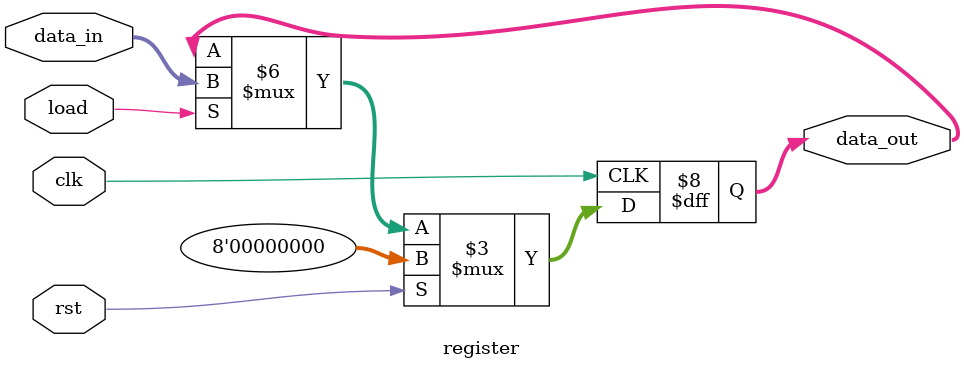
<source format=v>
module register(data_in,load,clk,data_out,rst);
parameter WIDTH=8;
input [WIDTH-1:0] data_in;
output reg [WIDTH-1:0] data_out;
input load,clk,rst;
always@(posedge clk)
begin
if(load)
	data_out=data_in;
if(rst)
	data_out=8'b00000000;
else
 	data_out<=data_out;
end
endmodule

</source>
